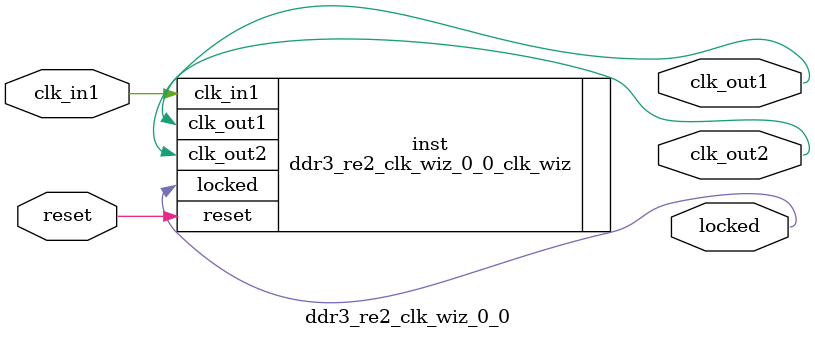
<source format=v>


`timescale 1ps/1ps

(* CORE_GENERATION_INFO = "ddr3_re2_clk_wiz_0_0,clk_wiz_v6_0_11_0_0,{component_name=ddr3_re2_clk_wiz_0_0,use_phase_alignment=true,use_min_o_jitter=false,use_max_i_jitter=false,use_dyn_phase_shift=false,use_inclk_switchover=false,use_dyn_reconfig=false,enable_axi=0,feedback_source=FDBK_AUTO,PRIMITIVE=MMCM,num_out_clk=2,clkin1_period=12.000,clkin2_period=10.0,use_power_down=false,use_reset=true,use_locked=true,use_inclk_stopped=false,feedback_type=SINGLE,CLOCK_MGR_TYPE=NA,manual_override=false}" *)

module ddr3_re2_clk_wiz_0_0 
 (
  // Clock out ports
  output        clk_out1,
  output        clk_out2,
  // Status and control signals
  input         reset,
  output        locked,
 // Clock in ports
  input         clk_in1
 );

  ddr3_re2_clk_wiz_0_0_clk_wiz inst
  (
  // Clock out ports  
  .clk_out1(clk_out1),
  .clk_out2(clk_out2),
  // Status and control signals               
  .reset(reset), 
  .locked(locked),
 // Clock in ports
  .clk_in1(clk_in1)
  );

endmodule

</source>
